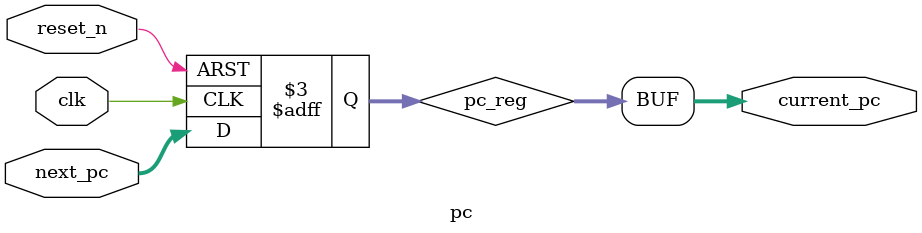
<source format=v>
module pc(
    input               clk,
    input               reset_n,
    input [31:0]        next_pc,
    output [31:0]       current_pc
);

reg [31:0] pc_reg;

always @(posedge clk or negedge reset_n) begin
    if (!reset_n)
        pc_reg <= 32'b0;
    else
        pc_reg <= next_pc;
end

assign current_pc = pc_reg;

endmodule

</source>
